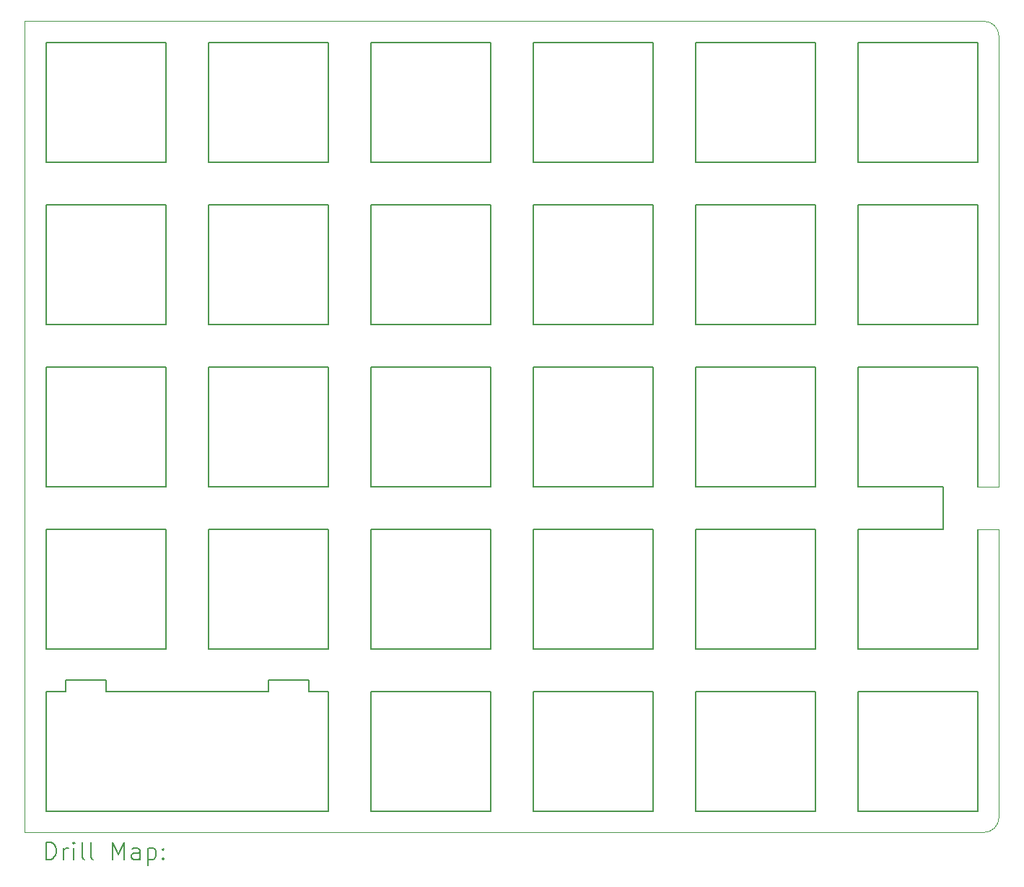
<source format=gbr>
%TF.GenerationSoftware,KiCad,Pcbnew,(6.0.10)*%
%TF.CreationDate,2023-08-27T19:01:04-04:00*%
%TF.ProjectId,split-plate,73706c69-742d-4706-9c61-74652e6b6963,rev?*%
%TF.SameCoordinates,Original*%
%TF.FileFunction,Drillmap*%
%TF.FilePolarity,Positive*%
%FSLAX45Y45*%
G04 Gerber Fmt 4.5, Leading zero omitted, Abs format (unit mm)*
G04 Created by KiCad (PCBNEW (6.0.10)) date 2023-08-27 19:01:04*
%MOMM*%
%LPD*%
G01*
G04 APERTURE LIST*
%ADD10C,0.100000*%
%ADD11C,0.150000*%
%ADD12C,0.200000*%
G04 APERTURE END LIST*
D10*
X21669393Y-10965702D02*
X21669393Y-14347043D01*
X10239384Y-14525637D02*
X21490799Y-14525637D01*
D11*
X21014635Y-10965702D02*
X21014635Y-10465638D01*
X19514420Y-10465638D02*
X18109482Y-10465638D01*
X20014520Y-12870684D02*
X21419457Y-12870684D01*
X11894364Y-10965732D02*
X11894364Y-12370669D01*
X21419434Y-8560624D02*
X20014496Y-8560624D01*
X17609406Y-7155698D02*
X17609406Y-8560636D01*
X17609406Y-10965714D02*
X17609406Y-12370652D01*
X11894364Y-10465661D02*
X10489427Y-10465661D01*
X21419434Y-12370640D02*
X20014496Y-12370640D01*
X10489450Y-14275651D02*
X10489450Y-12870713D01*
X13096972Y-12739702D02*
X13573223Y-12739702D01*
X20014496Y-5250678D02*
X21419434Y-5250678D01*
X15704392Y-8560642D02*
X14299454Y-8560642D01*
X19514420Y-9060700D02*
X19514420Y-10465638D01*
X18109482Y-12370646D02*
X18109482Y-10965708D01*
X20014496Y-6655616D02*
X20014496Y-5250678D01*
X15704416Y-14275639D02*
X14299478Y-14275639D01*
X14299478Y-12870701D02*
X15704416Y-12870701D01*
X14299454Y-6655633D02*
X14299454Y-5250696D01*
X18109482Y-5250684D02*
X19514420Y-5250684D01*
D10*
X21669393Y-5179223D02*
X21669393Y-10465632D01*
D11*
X17609430Y-12870696D02*
X17609430Y-14275633D01*
X20014496Y-7155686D02*
X21419434Y-7155686D01*
X21419457Y-12870684D02*
X21419457Y-14275621D01*
X13799378Y-5250702D02*
X13799378Y-6655639D01*
X15704392Y-9060712D02*
X15704392Y-10465650D01*
X11894364Y-9060724D02*
X11894364Y-10465661D01*
X11894364Y-8560653D02*
X10489427Y-8560653D01*
X15704392Y-5250696D02*
X15704392Y-6655633D01*
X13799378Y-6655639D02*
X12394441Y-6655639D01*
X19514443Y-14275627D02*
X18109506Y-14275627D01*
X11894364Y-5250708D02*
X11894364Y-6655645D01*
X10489427Y-8560653D02*
X10489427Y-7155716D01*
X13799378Y-10965726D02*
X13799378Y-12370663D01*
X20014496Y-9060694D02*
X21419434Y-9060694D01*
X17609406Y-6655628D02*
X16204468Y-6655628D01*
X13799402Y-14275645D02*
X10489450Y-14275651D01*
X10715721Y-12870710D02*
X10489453Y-12870710D01*
X16204468Y-7155698D02*
X17609406Y-7155698D01*
X11191922Y-12870710D02*
X13096930Y-12870713D01*
D10*
X21490799Y-5000629D02*
X10239384Y-5000629D01*
D11*
X20014496Y-12370640D02*
X20014496Y-10965702D01*
X14299478Y-14275639D02*
X14299478Y-12870701D01*
X18109506Y-12870690D02*
X19514443Y-12870690D01*
X18109482Y-7155692D02*
X19514420Y-7155692D01*
X15704392Y-7155704D02*
X15704392Y-8560642D01*
X16204468Y-10965714D02*
X17609406Y-10965714D01*
X10489427Y-10465661D02*
X10489427Y-9060724D01*
X13096930Y-12870713D02*
X13096972Y-12739702D01*
X12394441Y-8560647D02*
X12394441Y-7155710D01*
X12394441Y-10965726D02*
X13799378Y-10965726D01*
X15704392Y-12370657D02*
X14299454Y-12370657D01*
X19514443Y-12870690D02*
X19514443Y-14275627D01*
X19514420Y-12370646D02*
X18109482Y-12370646D01*
X10489427Y-9060724D02*
X11894364Y-9060724D01*
X17609406Y-9060706D02*
X17609406Y-10465644D01*
X10715721Y-12870710D02*
X10715721Y-12739702D01*
X17609430Y-14275633D02*
X16204492Y-14275633D01*
X16204468Y-5250690D02*
X17609406Y-5250690D01*
X13573223Y-12870710D02*
X13799402Y-12870707D01*
X14299454Y-10465650D02*
X14299454Y-9060712D01*
X18109482Y-10965708D02*
X19514420Y-10965708D01*
X19514420Y-5250684D02*
X19514420Y-6655622D01*
X13799378Y-7155710D02*
X13799378Y-8560647D01*
X10489427Y-5250708D02*
X11894364Y-5250708D01*
X10489427Y-6655645D02*
X10489427Y-5250708D01*
X16204492Y-14275633D02*
X16204492Y-12870696D01*
D10*
X21419434Y-10465632D02*
X21669393Y-10465632D01*
D11*
X11894364Y-7155716D02*
X11894364Y-8560653D01*
X17609406Y-12370652D02*
X16204468Y-12370652D01*
X18109482Y-6655622D02*
X18109482Y-5250684D01*
X13573223Y-12739702D02*
X13573223Y-12870710D01*
X18109482Y-10465638D02*
X18109482Y-9060700D01*
X15704392Y-10965720D02*
X15704392Y-12370657D01*
X12394441Y-10465655D02*
X12394441Y-9060718D01*
X12394441Y-5250702D02*
X13799378Y-5250702D01*
X16204468Y-12370652D02*
X16204468Y-10965714D01*
D10*
X21419434Y-10965702D02*
X21669393Y-10965702D01*
D11*
X21014635Y-10465638D02*
X20014496Y-10465632D01*
X15704416Y-12870701D02*
X15704416Y-14275639D01*
X10715721Y-12739702D02*
X11191971Y-12739702D01*
X14299454Y-12370657D02*
X14299454Y-10965720D01*
X14299454Y-7155704D02*
X15704392Y-7155704D01*
X18109506Y-14275627D02*
X18109506Y-12870690D01*
D10*
X21669391Y-5179223D02*
G75*
G03*
X21490799Y-5000629I-178591J3D01*
G01*
D11*
X11191971Y-12739702D02*
X11191922Y-12870710D01*
X13799378Y-8560647D02*
X12394441Y-8560647D01*
X20014520Y-14275621D02*
X20014520Y-12870684D01*
X10489427Y-12370669D02*
X10489427Y-10965732D01*
D10*
X21490799Y-14525633D02*
G75*
G03*
X21669393Y-14347043I1J178593D01*
G01*
D11*
X17609406Y-10465644D02*
X16204468Y-10465644D01*
D10*
X10239384Y-5000629D02*
X10239384Y-14525637D01*
D11*
X19514420Y-10965708D02*
X19514420Y-12370646D01*
X21419434Y-10965702D02*
X21419434Y-12370640D01*
X20014496Y-10965702D02*
X21014635Y-10965702D01*
X16204468Y-8560636D02*
X16204468Y-7155698D01*
X21419457Y-14275621D02*
X20014520Y-14275621D01*
X21419434Y-7155686D02*
X21419434Y-8560624D01*
X14299454Y-5250696D02*
X15704392Y-5250696D01*
X14299454Y-9060712D02*
X15704392Y-9060712D01*
X16204492Y-12870696D02*
X17609430Y-12870696D01*
X20014496Y-8560624D02*
X20014496Y-7155686D01*
X17609406Y-8560636D02*
X16204468Y-8560636D01*
X21419434Y-6655616D02*
X20014496Y-6655616D01*
X13799378Y-12370663D02*
X12394441Y-12370663D01*
X20014496Y-10465632D02*
X20014496Y-9060694D01*
X13799378Y-10465655D02*
X12394441Y-10465655D01*
X15704392Y-6655633D02*
X14299454Y-6655633D01*
X18109482Y-9060700D02*
X19514420Y-9060700D01*
X12394441Y-7155710D02*
X13799378Y-7155710D01*
X10489427Y-10965732D02*
X11894364Y-10965732D01*
X21419434Y-5250678D02*
X21419434Y-6655616D01*
X14299454Y-10965720D02*
X15704392Y-10965720D01*
X19514420Y-6655622D02*
X18109482Y-6655622D01*
X11894364Y-12370669D02*
X10489427Y-12370669D01*
X11894364Y-6655645D02*
X10489427Y-6655645D01*
X14299454Y-8560642D02*
X14299454Y-7155704D01*
X12394441Y-6655639D02*
X12394441Y-5250702D01*
X17609406Y-5250690D02*
X17609406Y-6655628D01*
X18109482Y-8560630D02*
X18109482Y-7155692D01*
X10489427Y-7155716D02*
X11894364Y-7155716D01*
X16204468Y-6655628D02*
X16204468Y-5250690D01*
X19514420Y-8560630D02*
X18109482Y-8560630D01*
X16204468Y-9060706D02*
X17609406Y-9060706D01*
X13799378Y-9060718D02*
X13799378Y-10465655D01*
X16204468Y-10465644D02*
X16204468Y-9060706D01*
X13799402Y-12870707D02*
X13799402Y-14275645D01*
X12394441Y-12370663D02*
X12394441Y-10965726D01*
X15704392Y-10465650D02*
X14299454Y-10465650D01*
X12394441Y-9060718D02*
X13799378Y-9060718D01*
X21419434Y-9060694D02*
X21419434Y-10465632D01*
X19514420Y-7155692D02*
X19514420Y-8560630D01*
D12*
X10492003Y-14841113D02*
X10492003Y-14641113D01*
X10539622Y-14641113D01*
X10568193Y-14650637D01*
X10587241Y-14669685D01*
X10596765Y-14688732D01*
X10606288Y-14726828D01*
X10606288Y-14755399D01*
X10596765Y-14793494D01*
X10587241Y-14812542D01*
X10568193Y-14831589D01*
X10539622Y-14841113D01*
X10492003Y-14841113D01*
X10692003Y-14841113D02*
X10692003Y-14707780D01*
X10692003Y-14745875D02*
X10701526Y-14726828D01*
X10711050Y-14717304D01*
X10730098Y-14707780D01*
X10749146Y-14707780D01*
X10815812Y-14841113D02*
X10815812Y-14707780D01*
X10815812Y-14641113D02*
X10806288Y-14650637D01*
X10815812Y-14660161D01*
X10825336Y-14650637D01*
X10815812Y-14641113D01*
X10815812Y-14660161D01*
X10939622Y-14841113D02*
X10920574Y-14831589D01*
X10911050Y-14812542D01*
X10911050Y-14641113D01*
X11044384Y-14841113D02*
X11025336Y-14831589D01*
X11015812Y-14812542D01*
X11015812Y-14641113D01*
X11272955Y-14841113D02*
X11272955Y-14641113D01*
X11339622Y-14783970D01*
X11406288Y-14641113D01*
X11406288Y-14841113D01*
X11587241Y-14841113D02*
X11587241Y-14736351D01*
X11577717Y-14717304D01*
X11558669Y-14707780D01*
X11520574Y-14707780D01*
X11501526Y-14717304D01*
X11587241Y-14831589D02*
X11568193Y-14841113D01*
X11520574Y-14841113D01*
X11501526Y-14831589D01*
X11492003Y-14812542D01*
X11492003Y-14793494D01*
X11501526Y-14774447D01*
X11520574Y-14764923D01*
X11568193Y-14764923D01*
X11587241Y-14755399D01*
X11682479Y-14707780D02*
X11682479Y-14907780D01*
X11682479Y-14717304D02*
X11701526Y-14707780D01*
X11739622Y-14707780D01*
X11758669Y-14717304D01*
X11768193Y-14726828D01*
X11777717Y-14745875D01*
X11777717Y-14803018D01*
X11768193Y-14822066D01*
X11758669Y-14831589D01*
X11739622Y-14841113D01*
X11701526Y-14841113D01*
X11682479Y-14831589D01*
X11863431Y-14822066D02*
X11872955Y-14831589D01*
X11863431Y-14841113D01*
X11853907Y-14831589D01*
X11863431Y-14822066D01*
X11863431Y-14841113D01*
X11863431Y-14717304D02*
X11872955Y-14726828D01*
X11863431Y-14736351D01*
X11853907Y-14726828D01*
X11863431Y-14717304D01*
X11863431Y-14736351D01*
M02*

</source>
